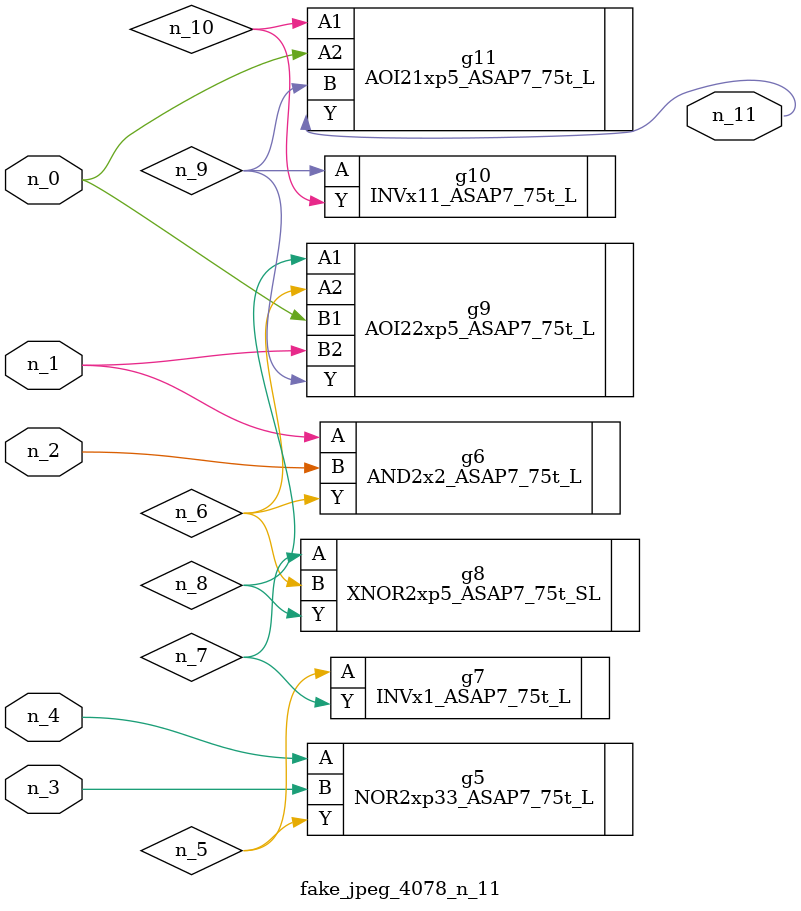
<source format=v>
module fake_jpeg_4078_n_11 (n_3, n_2, n_1, n_0, n_4, n_11);

input n_3;
input n_2;
input n_1;
input n_0;
input n_4;

output n_11;

wire n_10;
wire n_8;
wire n_9;
wire n_6;
wire n_5;
wire n_7;

NOR2xp33_ASAP7_75t_L g5 ( 
.A(n_4),
.B(n_3),
.Y(n_5)
);

AND2x2_ASAP7_75t_L g6 ( 
.A(n_1),
.B(n_2),
.Y(n_6)
);

INVx1_ASAP7_75t_L g7 ( 
.A(n_5),
.Y(n_7)
);

XNOR2xp5_ASAP7_75t_SL g8 ( 
.A(n_7),
.B(n_6),
.Y(n_8)
);

AOI22xp5_ASAP7_75t_L g9 ( 
.A1(n_8),
.A2(n_6),
.B1(n_0),
.B2(n_1),
.Y(n_9)
);

INVx11_ASAP7_75t_L g10 ( 
.A(n_9),
.Y(n_10)
);

AOI21xp5_ASAP7_75t_L g11 ( 
.A1(n_10),
.A2(n_0),
.B(n_9),
.Y(n_11)
);


endmodule
</source>
